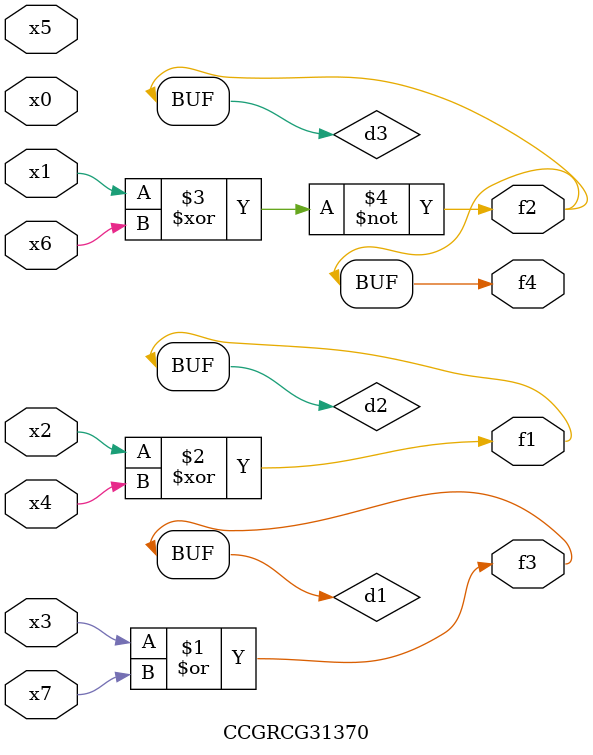
<source format=v>
module CCGRCG31370(
	input x0, x1, x2, x3, x4, x5, x6, x7,
	output f1, f2, f3, f4
);

	wire d1, d2, d3;

	or (d1, x3, x7);
	xor (d2, x2, x4);
	xnor (d3, x1, x6);
	assign f1 = d2;
	assign f2 = d3;
	assign f3 = d1;
	assign f4 = d3;
endmodule

</source>
